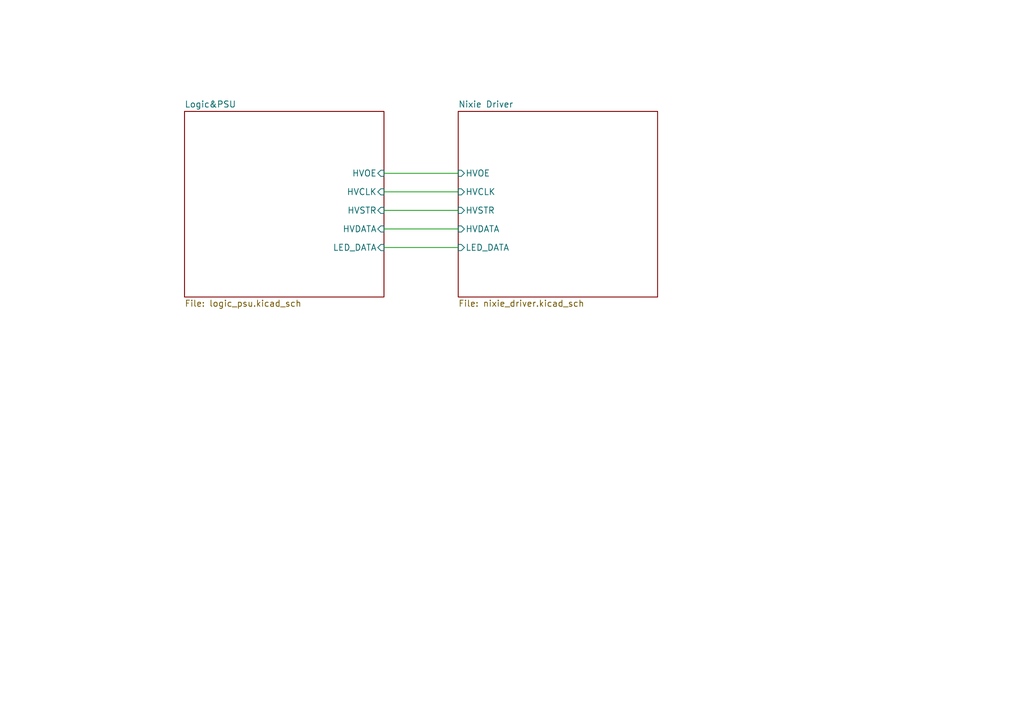
<source format=kicad_sch>
(kicad_sch
	(version 20231120)
	(generator "eeschema")
	(generator_version "8.0")
	(uuid "a685e357-0c48-4039-9775-db3bc428cd49")
	(paper "A5")
	(title_block
		(title "NixieClock Pro Max")
		(rev "1")
	)
	(lib_symbols)
	(wire
		(pts
			(xy 78.74 46.99) (xy 93.98 46.99)
		)
		(stroke
			(width 0)
			(type default)
		)
		(uuid "54e83798-c488-47c8-a749-57db57b72763")
	)
	(wire
		(pts
			(xy 78.74 43.18) (xy 93.98 43.18)
		)
		(stroke
			(width 0)
			(type default)
		)
		(uuid "5abfec3f-91e9-4541-acf5-9f0aa5455e51")
	)
	(wire
		(pts
			(xy 78.74 35.56) (xy 93.98 35.56)
		)
		(stroke
			(width 0)
			(type default)
		)
		(uuid "b970c002-03b4-46db-9df1-1fed2440d747")
	)
	(wire
		(pts
			(xy 78.74 39.37) (xy 93.98 39.37)
		)
		(stroke
			(width 0)
			(type default)
		)
		(uuid "c3f19549-0163-45c2-b069-e9bea9f40c97")
	)
	(wire
		(pts
			(xy 78.74 50.8) (xy 93.98 50.8)
		)
		(stroke
			(width 0)
			(type default)
		)
		(uuid "e4c64692-73c8-4072-9a96-0802e9c43487")
	)
	(sheet
		(at 93.98 22.86)
		(size 40.894 38.1)
		(fields_autoplaced yes)
		(stroke
			(width 0.1524)
			(type solid)
		)
		(fill
			(color 0 0 0 0.0000)
		)
		(uuid "06b98f29-c4b1-45e0-855d-428084a71670")
		(property "Sheetname" "Nixie Driver"
			(at 93.98 22.1484 0)
			(effects
				(font
					(size 1.27 1.27)
				)
				(justify left bottom)
			)
		)
		(property "Sheetfile" "nixie_driver.kicad_sch"
			(at 93.98 61.5446 0)
			(effects
				(font
					(size 1.27 1.27)
				)
				(justify left top)
			)
		)
		(pin "HVOE" input
			(at 93.98 35.56 180)
			(effects
				(font
					(size 1.27 1.27)
				)
				(justify left)
			)
			(uuid "79df3ceb-04cd-4cdd-9f96-4d839a5adf7f")
		)
		(pin "HVCLK" input
			(at 93.98 39.37 180)
			(effects
				(font
					(size 1.27 1.27)
				)
				(justify left)
			)
			(uuid "5b400b15-cdc5-4312-a99a-91e42c744b19")
		)
		(pin "HVSTR" input
			(at 93.98 43.18 180)
			(effects
				(font
					(size 1.27 1.27)
				)
				(justify left)
			)
			(uuid "874588de-2a10-46f4-9cad-42ddc7774dfb")
		)
		(pin "HVDATA" input
			(at 93.98 46.99 180)
			(effects
				(font
					(size 1.27 1.27)
				)
				(justify left)
			)
			(uuid "3de11524-308d-4a38-841a-0b2ae78090c0")
		)
		(pin "LED_DATA" input
			(at 93.98 50.8 180)
			(effects
				(font
					(size 1.27 1.27)
				)
				(justify left)
			)
			(uuid "233cf06b-c746-44c5-9e73-6b9626f35483")
		)
		(instances
			(project "nixie_clock_design"
				(path "/a685e357-0c48-4039-9775-db3bc428cd49"
					(page "2")
				)
			)
		)
	)
	(sheet
		(at 37.846 22.86)
		(size 40.894 38.1)
		(fields_autoplaced yes)
		(stroke
			(width 0.1524)
			(type solid)
		)
		(fill
			(color 0 0 0 0.0000)
		)
		(uuid "6a1cc8ae-cc8c-4737-80d4-9deff739e05d")
		(property "Sheetname" "Logic&PSU"
			(at 37.846 22.1484 0)
			(effects
				(font
					(size 1.27 1.27)
				)
				(justify left bottom)
			)
		)
		(property "Sheetfile" "logic_psu.kicad_sch"
			(at 37.846 61.5446 0)
			(effects
				(font
					(size 1.27 1.27)
				)
				(justify left top)
			)
		)
		(pin "LED_DATA" input
			(at 78.74 50.8 0)
			(effects
				(font
					(size 1.27 1.27)
				)
				(justify right)
			)
			(uuid "d16b7e90-dd11-4e37-8ec3-6d39bf0e6b84")
		)
		(pin "HVSTR" input
			(at 78.74 43.18 0)
			(effects
				(font
					(size 1.27 1.27)
				)
				(justify right)
			)
			(uuid "703f5b45-cdc7-4c0c-8d0e-ced7c5fea7af")
		)
		(pin "HVOE" input
			(at 78.74 35.56 0)
			(effects
				(font
					(size 1.27 1.27)
				)
				(justify right)
			)
			(uuid "beeebdb3-3662-491a-9ec7-b5f02c0e8898")
		)
		(pin "HVCLK" input
			(at 78.74 39.37 0)
			(effects
				(font
					(size 1.27 1.27)
				)
				(justify right)
			)
			(uuid "4539b5d9-0a99-495d-b78b-fde6ab46cbe5")
		)
		(pin "HVDATA" input
			(at 78.74 46.99 0)
			(effects
				(font
					(size 1.27 1.27)
				)
				(justify right)
			)
			(uuid "bcf59323-33d6-4265-b41e-ee7c07ab9d54")
		)
		(instances
			(project "nixie_clock_design"
				(path "/a685e357-0c48-4039-9775-db3bc428cd49"
					(page "3")
				)
			)
		)
	)
	(sheet_instances
		(path "/"
			(page "1")
		)
	)
)
</source>
